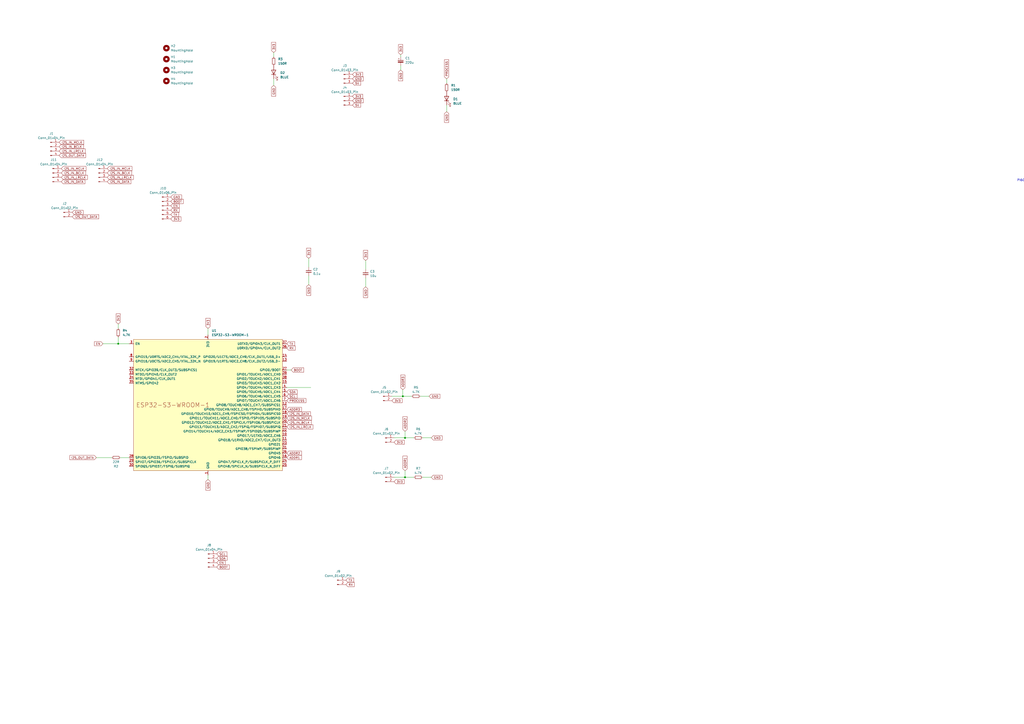
<source format=kicad_sch>
(kicad_sch (version 20231120) (generator "eeschema") (generator_version "8.0")
  (paper "A2")
  (lib_symbols
    (symbol "Connector:Conn_01x02_Pin" (pin_names (offset 1.016) hide)
      (property "Reference" "J" (at 0 2.54 0))
      (property "Value" "Conn_01x02_Pin" (at 0 -5.08 0))
      (symbol "Conn_01x02_Pin_1_1"
        (polyline (pts (xy 1.27 -2.54) (xy 0.8636 -2.54)) (stroke (width 0.1524)))
        (polyline (pts (xy 1.27 0) (xy 0.8636 0)) (stroke (width 0.1524)))
        (rectangle (start 0.8636 -2.413) (end 0 -2.667) (stroke (width 0.1524)) (fill (type outline)))
        (rectangle (start 0.8636 0.127) (end 0 -0.127) (stroke (width 0.1524)) (fill (type outline)))
        (pin passive line (at 5.08 0 180) (length 3.81) (name "Pin_1") (number "1"))
        (pin passive line (at 5.08 -2.54 180) (length 3.81) (name "Pin_2") (number "2"))
      )
    )
    (symbol "Connector:Conn_01x03_Pin" (pin_names (offset 1.016) hide)
      (property "Reference" "J" (at 0 5.08 0))
      (property "Value" "Conn_01x03_Pin" (at 0 -5.08 0))
      (symbol "Conn_01x03_Pin_1_1"
        (polyline (pts (xy 1.27 -2.54) (xy 0.8636 -2.54)) (stroke (width 0.1524)))
        (polyline (pts (xy 1.27 0) (xy 0.8636 0)) (stroke (width 0.1524)))
        (polyline (pts (xy 1.27 2.54) (xy 0.8636 2.54)) (stroke (width 0.1524)))
        (rectangle (start 0.8636 -2.413) (end 0 -2.667) (stroke (width 0.1524)) (fill (type outline)))
        (rectangle (start 0.8636 0.127) (end 0 -0.127) (stroke (width 0.1524)) (fill (type outline)))
        (rectangle (start 0.8636 2.667) (end 0 2.413) (stroke (width 0.1524)) (fill (type outline)))
        (pin passive line (at 5.08 2.54 180) (length 3.81) (name "Pin_1") (number "1"))
        (pin passive line (at 5.08 0 180) (length 3.81) (name "Pin_2") (number "2"))
        (pin passive line (at 5.08 -2.54 180) (length 3.81) (name "Pin_3") (number "3"))
      )
    )
    (symbol "Connector:Conn_01x04_Pin" (pin_names (offset 1.016) hide)
      (property "Reference" "J" (at 0 5.08 0))
      (property "Value" "Conn_01x04_Pin" (at 0 -7.62 0))
      (symbol "Conn_01x04_Pin_1_1"
        (polyline (pts (xy 1.27 -5.08) (xy 0.8636 -5.08)) (stroke (width 0.1524)))
        (polyline (pts (xy 1.27 -2.54) (xy 0.8636 -2.54)) (stroke (width 0.1524)))
        (polyline (pts (xy 1.27 0) (xy 0.8636 0)) (stroke (width 0.1524)))
        (polyline (pts (xy 1.27 2.54) (xy 0.8636 2.54)) (stroke (width 0.1524)))
        (rectangle (start 0.8636 -4.953) (end 0 -5.207) (stroke (width 0.1524)) (fill (type outline)))
        (rectangle (start 0.8636 -2.413) (end 0 -2.667) (stroke (width 0.1524)) (fill (type outline)))
        (rectangle (start 0.8636 0.127) (end 0 -0.127) (stroke (width 0.1524)) (fill (type outline)))
        (rectangle (start 0.8636 2.667) (end 0 2.413) (stroke (width 0.1524)) (fill (type outline)))
        (pin passive line (at 5.08 2.54 180) (length 3.81) (name "Pin_1") (number "1"))
        (pin passive line (at 5.08 0 180) (length 3.81) (name "Pin_2") (number "2"))
        (pin passive line (at 5.08 -2.54 180) (length 3.81) (name "Pin_3") (number "3"))
        (pin passive line (at 5.08 -5.08 180) (length 3.81) (name "Pin_4") (number "4"))
      )
    )
    (symbol "Connector:Conn_01x06_Pin" (pin_names (offset 1.016) hide)
      (property "Reference" "J" (at 0 7.62 0))
      (property "Value" "Conn_01x06_Pin" (at 0 -10.16 0))
      (symbol "Conn_01x06_Pin_1_1"
        (polyline (pts (xy 1.27 -7.62) (xy 0.8636 -7.62)) (stroke (width 0.1524)))
        (polyline (pts (xy 1.27 -5.08) (xy 0.8636 -5.08)) (stroke (width 0.1524)))
        (polyline (pts (xy 1.27 -2.54) (xy 0.8636 -2.54)) (stroke (width 0.1524)))
        (polyline (pts (xy 1.27 0) (xy 0.8636 0)) (stroke (width 0.1524)))
        (polyline (pts (xy 1.27 2.54) (xy 0.8636 2.54)) (stroke (width 0.1524)))
        (polyline (pts (xy 1.27 5.08) (xy 0.8636 5.08)) (stroke (width 0.1524)))
        (rectangle (start 0.8636 -7.493) (end 0 -7.747) (stroke (width 0.1524)) (fill (type outline)))
        (rectangle (start 0.8636 -4.953) (end 0 -5.207) (stroke (width 0.1524)) (fill (type outline)))
        (rectangle (start 0.8636 -2.413) (end 0 -2.667) (stroke (width 0.1524)) (fill (type outline)))
        (rectangle (start 0.8636 0.127) (end 0 -0.127) (stroke (width 0.1524)) (fill (type outline)))
        (rectangle (start 0.8636 2.667) (end 0 2.413) (stroke (width 0.1524)) (fill (type outline)))
        (rectangle (start 0.8636 5.207) (end 0 4.953) (stroke (width 0.1524)) (fill (type outline)))
        (pin passive line (at 5.08 5.08 180) (length 3.81) (name "Pin_1") (number "1"))
        (pin passive line (at 5.08 2.54 180) (length 3.81) (name "Pin_2") (number "2"))
        (pin passive line (at 5.08 0 180) (length 3.81) (name "Pin_3") (number "3"))
        (pin passive line (at 5.08 -2.54 180) (length 3.81) (name "Pin_4") (number "4"))
        (pin passive line (at 5.08 -5.08 180) (length 3.81) (name "Pin_5") (number "5"))
        (pin passive line (at 5.08 -7.62 180) (length 3.81) (name "Pin_6") (number "6"))
      )
    )
    (symbol "Device:C_Polarized_Small" (pin_numbers hide) (pin_names (offset 0.254) hide)
      (property "Reference" "C" (at 0.254 1.778 0))
      (property "Value" "C_Polarized_Small" (at 0.254 -2.032 0))
      (symbol "C_Polarized_Small_0_1"
        (rectangle (start -1.524 -0.3048) (end 1.524 -0.6858) (fill (type outline)))
        (rectangle (start -1.524 0.6858) (end 1.524 0.3048))
        (polyline (pts (xy -1.27 1.524) (xy -0.762 1.524)))
        (polyline (pts (xy -1.016 1.27) (xy -1.016 1.778)))
      )
      (symbol "C_Polarized_Small_1_1"
        (pin passive line (at 0 2.54 270) (length 1.8542) (name "~") (number "1"))
        (pin passive line (at 0 -2.54 90) (length 1.8542) (name "~") (number "2"))
      )
    )
    (symbol "Device:C_Small" (pin_numbers hide) (pin_names (offset 0.254) hide)
      (property "Reference" "C" (at 0.254 1.778 0))
      (property "Value" "C_Small" (at 0.254 -2.032 0))
      (symbol "C_Small_0_1"
        (polyline (pts (xy -1.524 -0.508) (xy 1.524 -0.508)) (stroke (width 0.3302)))
        (polyline (pts (xy -1.524 0.508) (xy 1.524 0.508)) (stroke (width 0.3048)))
      )
      (symbol "C_Small_1_1"
        (pin passive line (at 0 2.54 270) (length 2.032) (name "~") (number "1"))
        (pin passive line (at 0 -2.54 90) (length 2.032) (name "~") (number "2"))
      )
    )
    (symbol "Device:LED" (pin_numbers hide) (pin_names (offset 1.016) hide)
      (property "Reference" "D" (at 0 2.54 0))
      (property "Value" "LED" (at 0 -2.54 0))
      (symbol "LED_0_1"
        (polyline (pts (xy -1.27 -1.27) (xy -1.27 1.27)) (stroke (width 0.254)))
        (polyline (pts (xy -1.27 0) (xy 1.27 0)))
        (polyline (pts (xy 1.27 -1.27) (xy 1.27 1.27) (xy -1.27 0) (xy 1.27 -1.27)) (stroke (width 0.254)))
        (polyline (pts (xy -3.048 -0.762) (xy -4.572 -2.286) (xy -3.81 -2.286) (xy -4.572 -2.286) (xy -4.572 -1.524)))
        (polyline (pts (xy -1.778 -0.762) (xy -3.302 -2.286) (xy -2.54 -2.286) (xy -3.302 -2.286) (xy -3.302 -1.524)))
      )
      (symbol "LED_1_1"
        (pin passive line (at -3.81 0 0) (length 2.54) (name "K") (number "1"))
        (pin passive line (at 3.81 0 180) (length 2.54) (name "A") (number "2"))
      )
    )
    (symbol "Device:R_Small" (pin_numbers hide) (pin_names (offset 0.254) hide)
      (property "Reference" "R" (at 0.762 0.508 0))
      (property "Value" "R_Small" (at 0.762 -1.016 0))
      (symbol "R_Small_0_1"
        (rectangle (start -0.762 1.778) (end 0.762 -1.778) (stroke (width 0.2032)))
      )
      (symbol "R_Small_1_1"
        (pin passive line (at 0 2.54 270) (length 0.762) (name "~") (number "1"))
        (pin passive line (at 0 -2.54 90) (length 0.762) (name "~") (number "2"))
      )
    )
    (symbol "Mechanical:MountingHole" (pin_names (offset 1.016)) (exclude_from_sim yes) (in_bom no)
      (property "Reference" "H" (at 0 5.08 0))
      (property "Value" "MountingHole" (at 0 3.175 0))
      (symbol "MountingHole_0_1"
        (circle (center 0 0) (radius 1.27) (stroke (width 1.27)))
      )
    )
    (symbol "PCM_Espressif:ESP32-S3-WROOM-1" (pin_names (offset 1.016))
      (property "Reference" "U" (at -43.18 43.18 0))
      (property "Value" "ESP32-S3-WROOM-1" (at -43.18 40.64 0))
      (symbol "ESP32-S3-WROOM-1_0_0"
        (text "ESP32-S3-WROOM-1" (at -20.32 0 0) (effects (font (size 2.54 2.54))))
        (pin power_in line (at 0 -40.64 90) (length 2.54) (name "GND") (number "1"))
        (pin bidirectional line (at 45.72 -17.78 180) (length 2.54) (name "GPIO17/U1TXD/ADC2_CH6") (number "10"))
        (pin bidirectional line (at 45.72 -20.32 180) (length 2.54) (name "GPIO18/U1RXD/ADC2_CH7/CLK_OUT3") (number "11"))
        (pin bidirectional line (at 45.72 0 180) (length 2.54) (name "GPIO8/TOUCH8/ADC1_CH7/SUBSPICS1") (number "12"))
        (pin bidirectional line (at 45.72 25.4 180) (length 2.54) (name "GPIO19/U1RTS/ADC2_CH8/CLK_OUT2/USB_D-") (number "13"))
        (pin bidirectional line (at 45.72 27.94 180) (length 2.54) (name "GPIO20/U1CTS/ADC2_CH9/CLK_OUT1/USB_D+") (number "14"))
        (pin bidirectional line (at 45.72 12.7 180) (length 2.54) (name "GPIO3/TOUCH3/ADC1_CH2") (number "15"))
        (pin bidirectional line (at 45.72 -30.48 180) (length 2.54) (name "GPIO46") (number "16"))
        (pin bidirectional line (at 45.72 -2.54 180) (length 2.54) (name "GPIO9/TOUCH9/ADC1_CH8/FSPIHD/SUBSPIHD") (number "17"))
        (pin bidirectional line (at 45.72 -5.08 180) (length 2.54) (name "GPIO10/TOUCH10/ADC1_CH9/FSPICS0/FSPIIO4/SUBSPICS0") (number "18"))
        (pin bidirectional line (at 45.72 -7.62 180) (length 2.54) (name "GPIO11/TOUCH11/ADC2_CH0/FSPID/FSPIIO5/SUBSPID") (number "19"))
        (pin power_in line (at 0 40.64 270) (length 2.54) (name "3V3") (number "2"))
        (pin bidirectional line (at 45.72 -10.16 180) (length 2.54) (name "GPIO12/TOUCH12/ADC2_CH1/FSPICLK/FSPIIO6/SUBSPICLK") (number "20"))
        (pin bidirectional line (at 45.72 -12.7 180) (length 2.54) (name "GPIO13/TOUCH13/ADC2_CH2/FSPIQ/FSPIIO7/SUBSPIQ") (number "21"))
        (pin bidirectional line (at 45.72 -15.24 180) (length 2.54) (name "GPIO14/TOUCH14/ADC2_CH3/FSPIWP/FSPIDQS/SUBSPIWP") (number "22"))
        (pin bidirectional line (at 45.72 -22.86 180) (length 2.54) (name "GPIO21") (number "23"))
        (pin bidirectional line (at 45.72 -33.02 180) (length 2.54) (name "GPIO47/SPICLK_P/SUBSPICLK_P_DIFF") (number "24"))
        (pin bidirectional line (at 45.72 -35.56 180) (length 2.54) (name "GPIO48/SPICLK_N/SUBSPICLK_N_DIFF") (number "25"))
        (pin bidirectional line (at 45.72 -27.94 180) (length 2.54) (name "GPIO45") (number "26"))
        (pin bidirectional line (at 45.72 20.32 180) (length 2.54) (name "GPIO0/BOOT") (number "27"))
        (pin bidirectional line (at -45.72 -30.48 0) (length 2.54) (name "SPIIO6/GPIO35/FSPID/SUBSPID") (number "28"))
        (pin bidirectional line (at -45.72 -33.02 0) (length 2.54) (name "SPIIO7/GPIO36/FSPICLK/SUBSPICLK") (number "29"))
        (pin input line (at -45.72 35.56 0) (length 2.54) (name "EN") (number "3"))
        (pin bidirectional line (at -45.72 -35.56 0) (length 2.54) (name "SPIDQS/GPIO37/FSPIQ/SUBSPIQ") (number "30"))
        (pin bidirectional line (at 45.72 -25.4 180) (length 2.54) (name "GPIO38/FSPIWP/SUBSPIWP") (number "31"))
        (pin bidirectional line (at -45.72 20.32 0) (length 2.54) (name "MTCK/GPIO39/CLK_OUT3/SUBSPICS1") (number "32"))
        (pin bidirectional line (at -45.72 17.78 0) (length 2.54) (name "MTDO/GPIO40/CLK_OUT2") (number "33"))
        (pin bidirectional line (at -45.72 15.24 0) (length 2.54) (name "MTDI/GPIO41/CLK_OUT1") (number "34"))
        (pin bidirectional line (at -45.72 12.7 0) (length 2.54) (name "MTMS/GPIO42") (number "35"))
        (pin bidirectional line (at 45.72 33.02 180) (length 2.54) (name "U0RXD/GPIO44/CLK_OUT2") (number "36"))
        (pin bidirectional line (at 45.72 35.56 180) (length 2.54) (name "U0TXD/GPIO43/CLK_OUT1") (number "37"))
        (pin bidirectional line (at 45.72 15.24 180) (length 2.54) (name "GPIO2/TOUCH2/ADC1_CH1") (number "38"))
        (pin bidirectional line (at 45.72 17.78 180) (length 2.54) (name "GPIO1/TOUCH1/ADC1_CH0") (number "39"))
        (pin bidirectional line (at 45.72 10.16 180) (length 2.54) (name "GPIO4/TOUCH4/ADC1_CH3") (number "4"))
        (pin passive line (at 0 -40.64 90) (length 2.54) hide (name "GND") (number "40"))
        (pin passive line (at 0 -40.64 90) (length 2.54) hide (name "GND") (number "41"))
        (pin bidirectional line (at 45.72 7.62 180) (length 2.54) (name "GPIO5/TOUCH5/ADC1_CH4") (number "5"))
        (pin bidirectional line (at 45.72 5.08 180) (length 2.54) (name "GPIO6/TOUCH6/ADC1_CH5") (number "6"))
        (pin bidirectional line (at 45.72 2.54 180) (length 2.54) (name "GPIO7/TOUCH7/ADC1_CH6") (number "7"))
        (pin bidirectional line (at -45.72 27.94 0) (length 2.54) (name "GPIO15/U0RTS/ADC2_CH4/XTAL_32K_P") (number "8"))
        (pin bidirectional line (at -45.72 25.4 0) (length 2.54) (name "GPIO16/U0CTS/ADC2_CH5/XTAL_32K_N") (number "9"))
      )
      (symbol "ESP32-S3-WROOM-1_0_1"
        (rectangle (start -43.18 38.1) (end 43.18 -38.1) (fill (type background)))
      )
    )
  )
  (junction (at 234.95 254))
  (junction (at 233.68 229.87))
  (junction (at 234.95 276.86))
  (junction (at 68.58 199.39))
  (wire (pts (xy 234.95 273.05) (xy 234.95 276.86)))
  (wire (pts (xy 212.09 151.13) (xy 212.09 156.21)))
  (wire (pts (xy 179.07 149.86) (xy 179.07 154.94)))
  (wire (pts (xy 250.19 254) (xy 245.11 254)))
  (wire (pts (xy 234.95 254) (xy 228.6 254)))
  (wire (pts (xy 238.76 229.87) (xy 233.68 229.87)))
  (wire (pts (xy 59.69 199.39) (xy 68.58 199.39)))
  (wire (pts (xy 240.03 254) (xy 234.95 254)))
  (wire (pts (xy 212.09 161.29) (xy 212.09 166.37)))
  (wire (pts (xy 120.65 190.5) (xy 120.65 194.31)))
  (wire (pts (xy 250.19 276.86) (xy 245.11 276.86)))
  (wire (pts (xy 234.95 250.19) (xy 234.95 254)))
  (wire (pts (xy 233.68 226.06) (xy 233.68 229.87)))
  (wire (pts (xy 232.41 31.75) (xy 232.41 33.02)))
  (wire (pts (xy 240.03 276.86) (xy 234.95 276.86)))
  (wire (pts (xy 233.68 229.87) (xy 227.33 229.87)))
  (wire (pts (xy 120.65 278.13) (xy 120.65 275.59)))
  (wire (pts (xy 259.08 45.72) (xy 259.08 48.26)))
  (wire (pts (xy 168.91 214.63) (xy 166.37 214.63)))
  (wire (pts (xy 259.08 64.77) (xy 259.08 60.96)))
  (wire (pts (xy 68.58 199.39) (xy 74.93 199.39)))
  (wire (pts (xy 248.92 229.87) (xy 243.84 229.87)))
  (wire (pts (xy 64.77 265.43) (xy 55.88 265.43)))
  (wire (pts (xy 234.95 276.86) (xy 228.6 276.86)))
  (wire (pts (xy 68.58 195.58) (xy 68.58 199.39)))
  (wire (pts (xy 69.85 265.43) (xy 74.93 265.43)))
  (wire (pts (xy 179.07 160.02) (xy 179.07 165.1)))
  (wire (pts (xy 166.37 224.79) (xy 180.34 224.79)))
  (wire (pts (xy 68.58 187.96) (xy 68.58 190.5)))
  (wire (pts (xy 158.75 30.48) (xy 158.75 33.02)))
  (wire (pts (xy 232.41 40.64) (xy 232.41 38.1)))
  (wire (pts (xy 158.75 49.53) (xy 158.75 45.72)))
  (text "PI6CV304" (at 594.614 104.648 0) (effects (font (size 1.27 1.27))))
  (global_label "I2S_IN_LRCLK" (shape input) (at 62.23 102.87 0) (property "Intersheetrefs" "${INTERSHEET_REFS}" (effects (hide yes))))
  (global_label "SCL" (shape input) (at 125.73 321.31 0) (property "Intersheetrefs" "${INTERSHEET_REFS}" (effects (hide yes))))
  (global_label "I2S_IN_LRCLK" (shape input) (at 166.37 247.65 0) (property "Intersheetrefs" "${INTERSHEET_REFS}" (effects (hide yes))))
  (global_label "ADDR2" (shape input) (at 234.95 250.19 90) (property "Intersheetrefs" "${INTERSHEET_REFS}" (effects (hide yes))))
  (global_label "GND" (shape input) (at 120.65 278.13 270) (property "Intersheetrefs" "${INTERSHEET_REFS}" (effects (hide yes))))
  (global_label "I2S_IN_DATA" (shape input) (at 62.23 105.41 0) (property "Intersheetrefs" "${INTERSHEET_REFS}" (effects (hide yes))))
  (global_label "EN" (shape input) (at 59.69 199.39 180) (property "Intersheetrefs" "${INTERSHEET_REFS}" (effects (hide yes))))
  (global_label "I2S_IN_LRCLK" (shape input) (at 35.56 102.87 0) (property "Intersheetrefs" "${INTERSHEET_REFS}" (effects (hide yes))))
  (global_label "I2S_IN_MCLK" (shape input) (at 35.56 97.79 0) (property "Intersheetrefs" "${INTERSHEET_REFS}" (effects (hide yes))))
  (global_label "BOOT" (shape input) (at 99.06 116.84 0) (property "Intersheetrefs" "${INTERSHEET_REFS}" (effects (hide yes))))
  (global_label "3V3" (shape input) (at 120.65 190.5 90) (property "Intersheetrefs" "${INTERSHEET_REFS}" (effects (hide yes))))
  (global_label "3V3" (shape input) (at 227.33 232.41 0) (property "Intersheetrefs" "${INTERSHEET_REFS}" (effects (hide yes))))
  (global_label "ADDR3" (shape input) (at 233.68 226.06 90) (property "Intersheetrefs" "${INTERSHEET_REFS}" (effects (hide yes))))
  (global_label "GND" (shape input) (at 158.75 49.53 270) (property "Intersheetrefs" "${INTERSHEET_REFS}" (effects (hide yes))))
  (global_label "EN" (shape input) (at 99.06 119.38 0) (property "Intersheetrefs" "${INTERSHEET_REFS}" (effects (hide yes))))
  (global_label "I2S_OUT_DATA" (shape input) (at 55.88 265.43 180) (property "Intersheetrefs" "${INTERSHEET_REFS}" (effects (hide yes))))
  (global_label "3V3" (shape input) (at 212.09 151.13 90) (property "Intersheetrefs" "${INTERSHEET_REFS}" (effects (hide yes))))
  (global_label "TX" (shape input) (at 166.37 199.39 0) (property "Intersheetrefs" "${INTERSHEET_REFS}" (effects (hide yes))))
  (global_label "3V3" (shape input) (at 228.6 279.4 0) (property "Intersheetrefs" "${INTERSHEET_REFS}" (effects (hide yes))))
  (global_label "I2S_IN_BCLK" (shape input) (at 35.56 100.33 0) (property "Intersheetrefs" "${INTERSHEET_REFS}" (effects (hide yes))))
  (global_label "I2S_IN_MCLK" (shape input) (at 62.23 97.79 0) (property "Intersheetrefs" "${INTERSHEET_REFS}" (effects (hide yes))))
  (global_label "GND" (shape input) (at 250.19 254 0) (property "Intersheetrefs" "${INTERSHEET_REFS}" (effects (hide yes))))
  (global_label "SDA" (shape input) (at 125.73 323.85 0) (property "Intersheetrefs" "${INTERSHEET_REFS}" (effects (hide yes))))
  (global_label "TX" (shape input) (at 200.66 336.55 0) (property "Intersheetrefs" "${INTERSHEET_REFS}" (effects (hide yes))))
  (global_label "I2S_IN_BCLK" (shape input) (at 166.37 245.11 0) (property "Intersheetrefs" "${INTERSHEET_REFS}" (effects (hide yes))))
  (global_label "I2S_IN_BCLK" (shape input) (at 34.29 85.09 0) (property "Intersheetrefs" "${INTERSHEET_REFS}" (effects (hide yes))))
  (global_label "5V" (shape input) (at 204.47 48.26 0) (property "Intersheetrefs" "${INTERSHEET_REFS}" (effects (hide yes))))
  (global_label "SCL" (shape input) (at 166.37 229.87 0) (property "Intersheetrefs" "${INTERSHEET_REFS}" (effects (hide yes))))
  (global_label "I2S_IN_MCLK" (shape input) (at 166.37 242.57 0) (property "Intersheetrefs" "${INTERSHEET_REFS}" (effects (hide yes))))
  (global_label "EN" (shape input) (at 125.73 326.39 0) (property "Intersheetrefs" "${INTERSHEET_REFS}" (effects (hide yes))))
  (global_label "I2S_OUT_DATA" (shape input) (at 41.91 125.73 0) (property "Intersheetrefs" "${INTERSHEET_REFS}" (effects (hide yes))))
  (global_label "I2S_IN_MCLK" (shape input) (at 34.29 82.55 0) (property "Intersheetrefs" "${INTERSHEET_REFS}" (effects (hide yes))))
  (global_label "GND" (shape input) (at 204.47 45.72 0) (property "Intersheetrefs" "${INTERSHEET_REFS}" (effects (hide yes))))
  (global_label "GND" (shape input) (at 204.47 58.42 0) (property "Intersheetrefs" "${INTERSHEET_REFS}" (effects (hide yes))))
  (global_label "3V3" (shape input) (at 99.06 127 0) (property "Intersheetrefs" "${INTERSHEET_REFS}" (effects (hide yes))))
  (global_label "GND" (shape input) (at 232.41 40.64 270) (property "Intersheetrefs" "${INTERSHEET_REFS}" (effects (hide yes))))
  (global_label "GND" (shape input) (at 250.19 276.86 0) (property "Intersheetrefs" "${INTERSHEET_REFS}" (effects (hide yes))))
  (global_label "ADDR1" (shape input) (at 166.37 265.43 0) (property "Intersheetrefs" "${INTERSHEET_REFS}" (effects (hide yes))))
  (global_label "RX" (shape input) (at 200.66 339.09 0) (property "Intersheetrefs" "${INTERSHEET_REFS}" (effects (hide yes))))
  (global_label "RX" (shape input) (at 99.06 121.92 0) (property "Intersheetrefs" "${INTERSHEET_REFS}" (effects (hide yes))))
  (global_label "I2S_IN_DATA" (shape input) (at 35.56 105.41 0) (property "Intersheetrefs" "${INTERSHEET_REFS}" (effects (hide yes))))
  (global_label "3V3" (shape input) (at 232.41 31.75 90) (property "Intersheetrefs" "${INTERSHEET_REFS}" (effects (hide yes))))
  (global_label "3V3" (shape input) (at 204.47 55.88 0) (property "Intersheetrefs" "${INTERSHEET_REFS}" (effects (hide yes))))
  (global_label "ADDR1" (shape input) (at 234.95 273.05 90) (property "Intersheetrefs" "${INTERSHEET_REFS}" (effects (hide yes))))
  (global_label "3V3" (shape input) (at 158.75 30.48 90) (property "Intersheetrefs" "${INTERSHEET_REFS}" (effects (hide yes))))
  (global_label "GND" (shape input) (at 259.08 64.77 270) (property "Intersheetrefs" "${INTERSHEET_REFS}" (effects (hide yes))))
  (global_label "GND" (shape input) (at 212.09 166.37 270) (property "Intersheetrefs" "${INTERSHEET_REFS}" (effects (hide yes))))
  (global_label "3V3" (shape input) (at 68.58 187.96 90) (property "Intersheetrefs" "${INTERSHEET_REFS}" (effects (hide yes))))
  (global_label "RX" (shape input) (at 166.37 201.93 0) (property "Intersheetrefs" "${INTERSHEET_REFS}" (effects (hide yes))))
  (global_label "ADDR2" (shape input) (at 166.37 262.89 0) (property "Intersheetrefs" "${INTERSHEET_REFS}" (effects (hide yes))))
  (global_label "I2S_OUT_DATA" (shape input) (at 34.29 90.17 0) (property "Intersheetrefs" "${INTERSHEET_REFS}" (effects (hide yes))))
  (global_label "ADDR3" (shape input) (at 166.37 237.49 0) (property "Intersheetrefs" "${INTERSHEET_REFS}" (effects (hide yes))))
  (global_label "PROCESS" (shape input) (at 166.37 232.41 0) (property "Intersheetrefs" "${INTERSHEET_REFS}" (effects (hide yes))))
  (global_label "I2S_IN_LRCLK" (shape input) (at 34.29 87.63 0) (property "Intersheetrefs" "${INTERSHEET_REFS}" (effects (hide yes))))
  (global_label "GND" (shape input) (at 248.92 229.87 0) (property "Intersheetrefs" "${INTERSHEET_REFS}" (effects (hide yes))))
  (global_label "SDA" (shape input) (at 166.37 227.33 0) (property "Intersheetrefs" "${INTERSHEET_REFS}" (effects (hide yes))))
  (global_label "I2S_IN_BCLK" (shape input) (at 62.23 100.33 0) (property "Intersheetrefs" "${INTERSHEET_REFS}" (effects (hide yes))))
  (global_label "5V" (shape input) (at 204.47 60.96 0) (property "Intersheetrefs" "${INTERSHEET_REFS}" (effects (hide yes))))
  (global_label "3V3" (shape input) (at 204.47 43.18 0) (property "Intersheetrefs" "${INTERSHEET_REFS}" (effects (hide yes))))
  (global_label "TX" (shape input) (at 99.06 124.46 0) (property "Intersheetrefs" "${INTERSHEET_REFS}" (effects (hide yes))))
  (global_label "GND" (shape input) (at 179.07 165.1 270) (property "Intersheetrefs" "${INTERSHEET_REFS}" (effects (hide yes))))
  (global_label "3V3" (shape input) (at 228.6 256.54 0) (property "Intersheetrefs" "${INTERSHEET_REFS}" (effects (hide yes))))
  (global_label "BOOT" (shape input) (at 125.73 328.93 0) (property "Intersheetrefs" "${INTERSHEET_REFS}" (effects (hide yes))))
  (global_label "GND" (shape input) (at 99.06 114.3 0) (property "Intersheetrefs" "${INTERSHEET_REFS}" (effects (hide yes))))
  (global_label "3V3" (shape input) (at 179.07 149.86 90) (property "Intersheetrefs" "${INTERSHEET_REFS}" (effects (hide yes))))
  (global_label "I2S_IN_DATA" (shape input) (at 166.37 240.03 0) (property "Intersheetrefs" "${INTERSHEET_REFS}" (effects (hide yes))))
  (global_label "BOOT" (shape input) (at 168.91 214.63 0) (property "Intersheetrefs" "${INTERSHEET_REFS}" (effects (hide yes))))
  (global_label "PROCESS" (shape input) (at 259.08 45.72 90) (property "Intersheetrefs" "${INTERSHEET_REFS}" (effects (hide yes))))
  (global_label "GND" (shape input) (at 41.91 123.19 0) (property "Intersheetrefs" "${INTERSHEET_REFS}" (effects (hide yes))))
  (symbol (lib_id "Device:LED") (at 158.75 41.91 90) (unit 1)
    (property "Reference" "D2" (at 162.56 42.2274 90) (effects (justify right)))
    (property "Value" "BLUE" (at 162.56 44.7674 90) (effects (justify right)))
    (property "Footprint" "Diode_SMD:D_0603_1608Metric" (effects (hide yes)))
    (property "Description" "Light emitting diode" (effects (hide yes)))
    (property "LCSC" "C84259" (effects (hide yes)))
  )
  (symbol (lib_id "Device:LED") (at 259.08 57.15 90) (unit 1)
    (property "Reference" "D1" (at 262.89 57.4674 90) (effects (justify right)))
    (property "Value" "BLUE" (at 262.89 60.0074 90) (effects (justify right)))
    (property "Footprint" "Diode_SMD:D_0603_1608Metric" (effects (hide yes)))
    (property "Description" "Light emitting diode" (effects (hide yes)))
    (property "LCSC" "C84259" (effects (hide yes)))
  )
  (symbol (lib_id "Connector:Conn_01x04_Pin") (at 29.21 85.09 0) (unit 1)
    (property "Reference" "J1" (at 29.845 77.47 0))
    (property "Value" "Conn_01x04_Pin" (at 29.845 80.01 0))
    (property "Footprint" "Connector_JST:JST_PH_B4B-PH-K_1x04_P2.00mm_Vertical" (effects (hide yes)))
    (property "Description" "Generic connector, single row, 01x04, script generated" (effects (hide yes)))
  )
  (symbol (lib_id "Mechanical:MountingHole") (at 96.52 27.94 0) (unit 1) (exclude_from_sim yes) (in_bom no)
    (property "Reference" "H2" (at 99.06 26.6699 0) (effects (justify left)))
    (property "Value" "MountingHole" (at 99.06 29.2099 0) (effects (justify left)))
    (property "Footprint" "MountingHole:MountingHole_3.2mm_M3_DIN965_Pad_TopOnly" (effects (hide yes)))
    (property "Description" "Mounting Hole without connection" (effects (hide yes)))
  )
  (symbol (lib_id "Device:R_Small") (at 241.3 229.87 90) (unit 1)
    (property "Reference" "R5" (at 241.3 224.79 90))
    (property "Value" "4.7K" (at 241.3 227.33 90))
    (property "Footprint" "Resistor_SMD:R_0603_1608Metric" (effects (hide yes)))
    (property "Description" "Resistor, small symbol" (effects (hide yes)))
    (property "LCSC" "C23162" (effects (hide yes)))
  )
  (symbol (lib_id "Connector:Conn_01x06_Pin") (at 93.98 119.38 0) (unit 1)
    (property "Reference" "J10" (at 94.615 109.22 0))
    (property "Value" "Conn_01x06_Pin" (at 94.615 111.76 0))
    (property "Footprint" "Connector_PinHeader_2.54mm:PinHeader_1x06_P2.54mm_Vertical" (effects (hide yes)))
    (property "Description" "Generic connector, single row, 01x06, script generated" (effects (hide yes)))
  )
  (symbol (lib_id "Mechanical:MountingHole") (at 96.52 34.29 0) (unit 1) (exclude_from_sim yes) (in_bom no)
    (property "Reference" "H1" (at 99.06 33.0199 0) (effects (justify left)))
    (property "Value" "MountingHole" (at 99.06 35.5599 0) (effects (justify left)))
    (property "Footprint" "MountingHole:MountingHole_3.2mm_M3_DIN965_Pad_TopOnly" (effects (hide yes)))
    (property "Description" "Mounting Hole without connection" (effects (hide yes)))
  )
  (symbol (lib_id "Device:C_Small") (at 212.09 158.75 0) (unit 1)
    (property "Reference" "C3" (at 214.63 157.4862 0) (effects (justify left)))
    (property "Value" "10u" (at 214.63 160.0262 0) (effects (justify left)))
    (property "Footprint" "Capacitor_SMD:C_0805_2012Metric_Pad1.18x1.45mm_HandSolder" (effects (hide yes)))
    (property "Description" "Unpolarized capacitor, small symbol" (effects (hide yes)))
  )
  (symbol (lib_id "Connector:Conn_01x02_Pin") (at 223.52 254 0) (unit 1)
    (property "Reference" "J6" (at 224.155 248.92 0))
    (property "Value" "Conn_01x02_Pin" (at 224.155 251.46 0))
    (property "Footprint" "Connector_PinHeader_2.54mm:PinHeader_1x02_P2.54mm_Vertical" (effects (hide yes)))
    (property "Description" "Generic connector, single row, 01x02, script generated" (effects (hide yes)))
  )
  (symbol (lib_id "Device:R_Small") (at 67.31 265.43 270) (unit 1)
    (property "Reference" "R2" (at 67.31 270.51 90))
    (property "Value" "22R" (at 67.31 267.97 90))
    (property "Footprint" "Resistor_SMD:R_0805_2012Metric" (effects (hide yes)))
    (property "Description" "Resistor, small symbol" (effects (hide yes)))
    (property "Mouser" "603-RT0805FRE0722RL " (effects (hide yes)))
  )
  (symbol (lib_id "Device:R_Small") (at 242.57 254 90) (unit 1)
    (property "Reference" "R6" (at 242.57 248.92 90))
    (property "Value" "4.7K" (at 242.57 251.46 90))
    (property "Footprint" "Resistor_SMD:R_0603_1608Metric" (effects (hide yes)))
    (property "Description" "Resistor, small symbol" (effects (hide yes)))
    (property "LCSC" "C23162" (effects (hide yes)))
  )
  (symbol (lib_id "PCM_Espressif:ESP32-S3-WROOM-1") (at 120.65 234.95 0) (unit 1)
    (property "Reference" "U1" (at 122.8441 191.77 0) (effects (justify left)))
    (property "Value" "ESP32-S3-WROOM-1" (at 122.8441 194.31 0) (effects (justify left)))
    (property "Footprint" "PCM_Espressif:ESP32-S3-WROOM-1" (effects (hide yes)))
    (property "Datasheet" "https://www.espressif.com/sites/default/files/documentation/esp32-s3-wroom-1_wroom-1u_datasheet_en.pdf" (effects (hide yes)))
    (property "Description" "2.4 GHz WiFi (802.11 b/g/n) and Bluetooth ® 5 (LE) module Built around ESP32S3 series of SoCs, Xtensa ® dualcore 32bit LX7 microprocessor Flash up to 16 MB, PSRAM up to 8 MB 36 GPIOs, rich set of peripherals Onboard PCB antenna" (effects (hide yes)))
    (property "Mouser" "356-ESP32S3WRM1N16R8 " (effects (hide yes)))
  )
  (symbol (lib_id "Connector:Conn_01x02_Pin") (at 36.83 123.19 0) (unit 1)
    (property "Reference" "J2" (at 37.465 118.11 0))
    (property "Value" "Conn_01x02_Pin" (at 37.465 120.65 0))
    (property "Footprint" "Connector_JST:JST_PH_B2B-PH-K_1x02_P2.00mm_Vertical" (effects (hide yes)))
    (property "Description" "Generic connector, single row, 01x02, script generated" (effects (hide yes)))
  )
  (symbol (lib_id "Connector:Conn_01x02_Pin") (at 222.25 229.87 0) (unit 1)
    (property "Reference" "J5" (at 222.885 224.79 0))
    (property "Value" "Conn_01x02_Pin" (at 222.885 227.33 0))
    (property "Footprint" "Connector_PinHeader_2.54mm:PinHeader_1x02_P2.54mm_Vertical" (effects (hide yes)))
    (property "Description" "Generic connector, single row, 01x02, script generated" (effects (hide yes)))
  )
  (symbol (lib_id "Device:R_Small") (at 242.57 276.86 90) (unit 1)
    (property "Reference" "R7" (at 242.57 271.78 90))
    (property "Value" "4.7K" (at 242.57 274.32 90))
    (property "Footprint" "Resistor_SMD:R_0603_1608Metric" (effects (hide yes)))
    (property "Description" "Resistor, small symbol" (effects (hide yes)))
    (property "LCSC" "C23162" (effects (hide yes)))
  )
  (symbol (lib_id "Connector:Conn_01x02_Pin") (at 223.52 276.86 0) (unit 1)
    (property "Reference" "J7" (at 224.155 271.78 0))
    (property "Value" "Conn_01x02_Pin" (at 224.155 274.32 0))
    (property "Footprint" "Connector_PinHeader_2.54mm:PinHeader_1x02_P2.54mm_Vertical" (effects (hide yes)))
    (property "Description" "Generic connector, single row, 01x02, script generated" (effects (hide yes)))
  )
  (symbol (lib_id "Connector:Conn_01x04_Pin") (at 30.48 100.33 0) (unit 1)
    (property "Reference" "J11" (at 31.115 92.71 0))
    (property "Value" "Conn_01x04_Pin" (at 31.115 95.25 0))
    (property "Footprint" "Connector_JST:JST_PH_B4B-PH-K_1x04_P2.00mm_Vertical" (effects (hide yes)))
    (property "Description" "Generic connector, single row, 01x04, script generated" (effects (hide yes)))
  )
  (symbol (lib_id "Connector:Conn_01x04_Pin") (at 120.65 323.85 0) (unit 1)
    (property "Reference" "J8" (at 121.285 316.23 0))
    (property "Value" "Conn_01x04_Pin" (at 121.285 318.77 0))
    (property "Footprint" "Connector_JST:JST_PH_B4B-PH-K_1x04_P2.00mm_Vertical" (effects (hide yes)))
    (property "Description" "Generic connector, single row, 01x04, script generated" (effects (hide yes)))
  )
  (symbol (lib_id "Connector:Conn_01x03_Pin") (at 199.39 45.72 0) (unit 1)
    (property "Reference" "J3" (at 200.025 38.1 0))
    (property "Value" "Conn_01x03_Pin" (at 200.025 40.64 0))
    (property "Footprint" "Connector_JST:JST_PH_B3B-PH-K_1x03_P2.00mm_Vertical" (effects (hide yes)))
    (property "Description" "Generic connector, single row, 01x03, script generated" (effects (hide yes)))
  )
  (symbol (lib_id "Connector:Conn_01x02_Pin") (at 195.58 336.55 0) (unit 1)
    (property "Reference" "J9" (at 196.215 331.47 0))
    (property "Value" "Conn_01x02_Pin" (at 196.215 334.01 0))
    (property "Footprint" "Connector_JST:JST_PH_B2B-PH-K_1x02_P2.00mm_Vertical" (effects (hide yes)))
    (property "Description" "Generic connector, single row, 01x02, script generated" (effects (hide yes)))
  )
  (symbol (lib_id "Connector:Conn_01x04_Pin") (at 57.15 100.33 0) (unit 1)
    (property "Reference" "J12" (at 57.785 92.71 0))
    (property "Value" "Conn_01x04_Pin" (at 57.785 95.25 0))
    (property "Footprint" "Connector_JST:JST_PH_B4B-PH-K_1x04_P2.00mm_Vertical" (effects (hide yes)))
    (property "Description" "Generic connector, single row, 01x04, script generated" (effects (hide yes)))
  )
  (symbol (lib_id "Device:C_Small") (at 179.07 157.48 0) (unit 1)
    (property "Reference" "C2" (at 181.61 156.2162 0) (effects (justify left)))
    (property "Value" "0.1u" (at 181.61 158.7562 0) (effects (justify left)))
    (property "Footprint" "Capacitor_SMD:C_0603_1608Metric_Pad1.08x0.95mm_HandSolder" (effects (hide yes)))
    (property "Description" "Unpolarized capacitor, small symbol" (effects (hide yes)))
  )
  (symbol (lib_id "Device:R_Small") (at 68.58 193.04 0) (unit 1)
    (property "Reference" "R4" (at 71.12 191.7699 0) (effects (justify left)))
    (property "Value" "4.7K" (at 71.12 194.3099 0) (effects (justify left)))
    (property "Footprint" "Resistor_SMD:R_0603_1608Metric" (effects (hide yes)))
    (property "Description" "Resistor, small symbol" (effects (hide yes)))
    (property "LCSC" "C23162" (effects (hide yes)))
  )
  (symbol (lib_id "Device:R_Small") (at 259.08 50.8 0) (unit 1)
    (property "Reference" "R1" (at 261.62 49.5299 0) (effects (justify left)))
    (property "Value" "150R" (at 261.62 52.0699 0) (effects (justify left)))
    (property "Footprint" "Resistor_SMD:R_0603_1608Metric" (effects (hide yes)))
    (property "Description" "Resistor, small symbol" (effects (hide yes)))
    (property "LCSC" "C22808" (effects (hide yes)))
  )
  (symbol (lib_id "Connector:Conn_01x03_Pin") (at 199.39 58.42 0) (unit 1)
    (property "Reference" "J4" (at 200.025 50.8 0))
    (property "Value" "Conn_01x03_Pin" (at 200.025 53.34 0))
    (property "Footprint" "Connector_JST:JST_PH_B3B-PH-K_1x03_P2.00mm_Vertical" (effects (hide yes)))
    (property "Description" "Generic connector, single row, 01x03, script generated" (effects (hide yes)))
  )
  (symbol (lib_id "Device:C_Polarized_Small") (at 232.41 35.56 0) (unit 1)
    (property "Reference" "C1" (at 235.077 33.7439 0) (effects (justify left)))
    (property "Value" "220u" (at 235.077 36.2839 0) (effects (justify left)))
    (property "Footprint" "Capacitor_THT:CP_Radial_D6.3mm_P2.50mm" (effects (hide yes)))
    (property "LCSC" "C4747974" (effects (hide yes)))
  )
  (symbol (lib_id "Mechanical:MountingHole") (at 96.52 40.64 0) (unit 1) (exclude_from_sim yes) (in_bom no)
    (property "Reference" "H3" (at 99.06 39.3699 0) (effects (justify left)))
    (property "Value" "MountingHole" (at 99.06 41.9099 0) (effects (justify left)))
    (property "Footprint" "MountingHole:MountingHole_3.2mm_M3_DIN965_Pad_TopOnly" (effects (hide yes)))
    (property "Description" "Mounting Hole without connection" (effects (hide yes)))
  )
  (symbol (lib_id "Device:R_Small") (at 158.75 35.56 0) (unit 1)
    (property "Reference" "R3" (at 161.29 34.2899 0) (effects (justify left)))
    (property "Value" "150R" (at 161.29 36.8299 0) (effects (justify left)))
    (property "Footprint" "Resistor_SMD:R_0603_1608Metric" (effects (hide yes)))
    (property "Description" "Resistor, small symbol" (effects (hide yes)))
    (property "LCSC" "C22808" (effects (hide yes)))
  )
  (symbol (lib_id "Mechanical:MountingHole") (at 96.52 46.99 0) (unit 1) (exclude_from_sim yes) (in_bom no)
    (property "Reference" "H4" (at 99.06 45.7199 0) (effects (justify left)))
    (property "Value" "MountingHole" (at 99.06 48.2599 0) (effects (justify left)))
    (property "Footprint" "MountingHole:MountingHole_3.2mm_M3_DIN965_Pad_TopOnly" (effects (hide yes)))
    (property "Description" "Mounting Hole without connection" (effects (hide yes)))
  )
)
</source>
